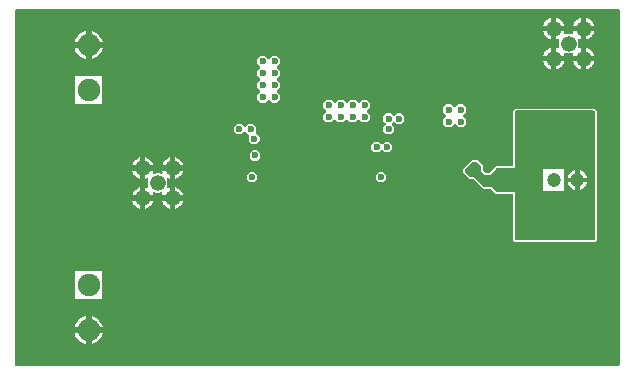
<source format=gbr>
G04 EAGLE Gerber RS-274X export*
G75*
%MOMM*%
%FSLAX34Y34*%
%LPD*%
%INCopper Layer 2*%
%IPPOS*%
%AMOC8*
5,1,8,0,0,1.08239X$1,22.5*%
G01*
%ADD10C,1.200000*%
%ADD11C,1.905000*%
%ADD12C,1.333500*%
%ADD13C,0.600000*%
%ADD14C,0.300000*%
%ADD15C,0.800000*%

G36*
X511928Y1286D02*
X511928Y1286D01*
X512047Y1293D01*
X512085Y1306D01*
X512126Y1311D01*
X512236Y1354D01*
X512349Y1391D01*
X512384Y1413D01*
X512421Y1428D01*
X512517Y1497D01*
X512618Y1561D01*
X512646Y1591D01*
X512679Y1614D01*
X512755Y1706D01*
X512836Y1793D01*
X512856Y1828D01*
X512881Y1859D01*
X512932Y1967D01*
X512990Y2071D01*
X513000Y2111D01*
X513017Y2147D01*
X513039Y2264D01*
X513069Y2379D01*
X513073Y2439D01*
X513077Y2459D01*
X513075Y2480D01*
X513079Y2540D01*
X513079Y302260D01*
X513064Y302378D01*
X513057Y302497D01*
X513044Y302535D01*
X513039Y302576D01*
X512996Y302686D01*
X512959Y302799D01*
X512937Y302834D01*
X512922Y302871D01*
X512853Y302967D01*
X512789Y303068D01*
X512759Y303096D01*
X512736Y303129D01*
X512644Y303205D01*
X512557Y303286D01*
X512522Y303306D01*
X512491Y303331D01*
X512383Y303382D01*
X512279Y303440D01*
X512239Y303450D01*
X512203Y303467D01*
X512086Y303489D01*
X511971Y303519D01*
X511911Y303523D01*
X511891Y303527D01*
X511870Y303525D01*
X511810Y303529D01*
X2540Y303529D01*
X2422Y303514D01*
X2303Y303507D01*
X2265Y303494D01*
X2224Y303489D01*
X2114Y303446D01*
X2001Y303409D01*
X1966Y303387D01*
X1929Y303372D01*
X1833Y303303D01*
X1732Y303239D01*
X1704Y303209D01*
X1671Y303186D01*
X1595Y303094D01*
X1514Y303007D01*
X1494Y302972D01*
X1469Y302941D01*
X1418Y302833D01*
X1360Y302729D01*
X1350Y302689D01*
X1333Y302653D01*
X1311Y302536D01*
X1281Y302421D01*
X1277Y302361D01*
X1273Y302341D01*
X1275Y302320D01*
X1271Y302260D01*
X1271Y2540D01*
X1286Y2422D01*
X1293Y2303D01*
X1306Y2265D01*
X1311Y2224D01*
X1354Y2114D01*
X1391Y2001D01*
X1413Y1966D01*
X1428Y1929D01*
X1497Y1833D01*
X1561Y1732D01*
X1591Y1704D01*
X1614Y1671D01*
X1706Y1595D01*
X1793Y1514D01*
X1828Y1494D01*
X1859Y1469D01*
X1967Y1418D01*
X2071Y1360D01*
X2111Y1350D01*
X2147Y1333D01*
X2264Y1311D01*
X2379Y1281D01*
X2439Y1277D01*
X2459Y1273D01*
X2480Y1275D01*
X2540Y1271D01*
X511810Y1271D01*
X511928Y1286D01*
G37*
%LPC*%
G36*
X424292Y106171D02*
X424292Y106171D01*
X422655Y107808D01*
X422655Y146050D01*
X422640Y146168D01*
X422633Y146287D01*
X422620Y146325D01*
X422615Y146366D01*
X422572Y146476D01*
X422535Y146589D01*
X422513Y146624D01*
X422498Y146661D01*
X422429Y146757D01*
X422365Y146858D01*
X422335Y146886D01*
X422312Y146919D01*
X422220Y146995D01*
X422133Y147076D01*
X422098Y147096D01*
X422067Y147121D01*
X421959Y147172D01*
X421855Y147230D01*
X421815Y147240D01*
X421779Y147257D01*
X421662Y147279D01*
X421547Y147309D01*
X421487Y147313D01*
X421467Y147317D01*
X421446Y147315D01*
X421386Y147319D01*
X407782Y147319D01*
X403963Y151139D01*
X403885Y151199D01*
X403813Y151267D01*
X403760Y151296D01*
X403712Y151333D01*
X403621Y151373D01*
X403534Y151421D01*
X403476Y151436D01*
X403420Y151460D01*
X403322Y151475D01*
X403226Y151500D01*
X403126Y151506D01*
X403106Y151510D01*
X403094Y151508D01*
X403066Y151510D01*
X397885Y151510D01*
X389875Y159521D01*
X389797Y159581D01*
X389725Y159649D01*
X389672Y159678D01*
X389624Y159715D01*
X389533Y159755D01*
X389446Y159803D01*
X389388Y159818D01*
X389332Y159842D01*
X389234Y159857D01*
X389138Y159882D01*
X389038Y159888D01*
X389018Y159892D01*
X389006Y159890D01*
X388978Y159892D01*
X385947Y159892D01*
X380380Y165459D01*
X380380Y167773D01*
X382017Y169409D01*
X386359Y173751D01*
X387995Y175388D01*
X392817Y175388D01*
X397130Y171075D01*
X397130Y167790D01*
X397142Y167692D01*
X397145Y167593D01*
X397162Y167535D01*
X397170Y167475D01*
X397206Y167383D01*
X397234Y167288D01*
X397264Y167235D01*
X397287Y167179D01*
X397345Y167099D01*
X397395Y167014D01*
X397461Y166938D01*
X397473Y166922D01*
X397483Y166914D01*
X397501Y166893D01*
X399303Y165091D01*
X399381Y165031D01*
X399453Y164963D01*
X399506Y164934D01*
X399554Y164897D01*
X399645Y164857D01*
X399732Y164809D01*
X399790Y164794D01*
X399846Y164770D01*
X399944Y164755D01*
X400040Y164730D01*
X400140Y164724D01*
X400160Y164720D01*
X400172Y164722D01*
X400200Y164720D01*
X401796Y164720D01*
X401894Y164732D01*
X401993Y164735D01*
X402051Y164752D01*
X402111Y164760D01*
X402203Y164796D01*
X402298Y164824D01*
X402351Y164854D01*
X402407Y164877D01*
X402487Y164935D01*
X402572Y164985D01*
X402648Y165051D01*
X402664Y165063D01*
X402672Y165073D01*
X402693Y165091D01*
X408036Y170435D01*
X421386Y170435D01*
X421504Y170450D01*
X421623Y170457D01*
X421661Y170470D01*
X421702Y170475D01*
X421812Y170518D01*
X421925Y170555D01*
X421960Y170577D01*
X421997Y170592D01*
X422093Y170661D01*
X422194Y170725D01*
X422222Y170755D01*
X422255Y170778D01*
X422331Y170870D01*
X422412Y170957D01*
X422432Y170992D01*
X422457Y171023D01*
X422508Y171131D01*
X422566Y171235D01*
X422576Y171275D01*
X422593Y171311D01*
X422615Y171428D01*
X422645Y171543D01*
X422649Y171603D01*
X422653Y171623D01*
X422651Y171644D01*
X422655Y171704D01*
X422655Y217566D01*
X424292Y219203D01*
X491886Y219203D01*
X493523Y217566D01*
X493523Y107808D01*
X491886Y106171D01*
X424292Y106171D01*
G37*
%LPD*%
G36*
X490846Y107712D02*
X490846Y107712D01*
X490965Y107719D01*
X491003Y107732D01*
X491044Y107737D01*
X491154Y107780D01*
X491267Y107817D01*
X491302Y107839D01*
X491339Y107854D01*
X491435Y107924D01*
X491536Y107987D01*
X491564Y108017D01*
X491597Y108040D01*
X491673Y108132D01*
X491754Y108219D01*
X491774Y108254D01*
X491799Y108285D01*
X491850Y108393D01*
X491908Y108497D01*
X491918Y108537D01*
X491935Y108573D01*
X491957Y108690D01*
X491987Y108805D01*
X491991Y108866D01*
X491995Y108886D01*
X491993Y108906D01*
X491997Y108966D01*
X491997Y216408D01*
X491982Y216526D01*
X491975Y216645D01*
X491962Y216683D01*
X491957Y216724D01*
X491914Y216834D01*
X491877Y216947D01*
X491855Y216982D01*
X491840Y217019D01*
X491771Y217115D01*
X491707Y217216D01*
X491677Y217244D01*
X491654Y217277D01*
X491562Y217353D01*
X491475Y217434D01*
X491440Y217454D01*
X491409Y217479D01*
X491301Y217530D01*
X491197Y217588D01*
X491157Y217598D01*
X491121Y217615D01*
X491004Y217637D01*
X490889Y217667D01*
X490829Y217671D01*
X490809Y217675D01*
X490788Y217673D01*
X490728Y217677D01*
X425450Y217677D01*
X425332Y217662D01*
X425213Y217655D01*
X425175Y217642D01*
X425134Y217637D01*
X425024Y217594D01*
X424911Y217557D01*
X424876Y217535D01*
X424839Y217520D01*
X424743Y217451D01*
X424642Y217387D01*
X424614Y217357D01*
X424581Y217334D01*
X424506Y217242D01*
X424424Y217155D01*
X424404Y217120D01*
X424379Y217089D01*
X424328Y216981D01*
X424270Y216877D01*
X424260Y216837D01*
X424243Y216801D01*
X424221Y216684D01*
X424191Y216569D01*
X424187Y216509D01*
X424183Y216489D01*
X424185Y216468D01*
X424181Y216408D01*
X424181Y168909D01*
X409194Y168909D01*
X409096Y168897D01*
X408997Y168894D01*
X408939Y168877D01*
X408878Y168869D01*
X408786Y168833D01*
X408691Y168805D01*
X408639Y168775D01*
X408583Y168752D01*
X408503Y168694D01*
X408417Y168644D01*
X408342Y168578D01*
X408325Y168566D01*
X408318Y168556D01*
X408297Y168538D01*
X402953Y163194D01*
X399043Y163194D01*
X395604Y166633D01*
X395604Y170180D01*
X395597Y170222D01*
X395599Y170264D01*
X395591Y170289D01*
X395591Y170291D01*
X395588Y170299D01*
X395577Y170331D01*
X395565Y170401D01*
X395543Y170437D01*
X395530Y170478D01*
X395476Y170551D01*
X395450Y170594D01*
X395434Y170607D01*
X395418Y170628D01*
X392370Y173676D01*
X392336Y173701D01*
X392307Y173732D01*
X392244Y173764D01*
X392186Y173805D01*
X392145Y173815D01*
X392107Y173835D01*
X392018Y173848D01*
X391969Y173861D01*
X391948Y173858D01*
X391922Y173862D01*
X388890Y173862D01*
X388848Y173855D01*
X388806Y173857D01*
X388739Y173835D01*
X388669Y173823D01*
X388633Y173801D01*
X388592Y173788D01*
X388519Y173734D01*
X388476Y173708D01*
X388463Y173692D01*
X388442Y173676D01*
X382092Y167326D01*
X382067Y167292D01*
X382036Y167263D01*
X382004Y167200D01*
X381963Y167142D01*
X381953Y167101D01*
X381933Y167063D01*
X381920Y166974D01*
X381908Y166925D01*
X381910Y166904D01*
X381906Y166878D01*
X381906Y166354D01*
X381913Y166312D01*
X381911Y166270D01*
X381919Y166247D01*
X381919Y166224D01*
X381937Y166182D01*
X381945Y166133D01*
X381967Y166097D01*
X381980Y166056D01*
X381997Y166034D01*
X382004Y166017D01*
X382034Y165984D01*
X382034Y165983D01*
X382060Y165940D01*
X382076Y165927D01*
X382092Y165906D01*
X386394Y161604D01*
X386428Y161579D01*
X386457Y161548D01*
X386520Y161516D01*
X386578Y161475D01*
X386619Y161465D01*
X386657Y161445D01*
X386746Y161432D01*
X386795Y161420D01*
X386816Y161422D01*
X386842Y161418D01*
X390135Y161418D01*
X398332Y153222D01*
X398366Y153197D01*
X398395Y153166D01*
X398458Y153134D01*
X398516Y153093D01*
X398557Y153083D01*
X398595Y153063D01*
X398684Y153050D01*
X398733Y153038D01*
X398754Y153040D01*
X398780Y153036D01*
X404223Y153036D01*
X408043Y149217D01*
X408121Y149156D01*
X408193Y149088D01*
X408246Y149059D01*
X408294Y149022D01*
X408385Y148982D01*
X408471Y148934D01*
X408530Y148919D01*
X408586Y148895D01*
X408684Y148880D01*
X408779Y148855D01*
X408879Y148849D01*
X408900Y148845D01*
X408912Y148847D01*
X408940Y148845D01*
X424181Y148845D01*
X424181Y108966D01*
X424196Y108848D01*
X424203Y108729D01*
X424216Y108691D01*
X424221Y108650D01*
X424264Y108540D01*
X424301Y108427D01*
X424323Y108392D01*
X424338Y108355D01*
X424408Y108259D01*
X424471Y108158D01*
X424501Y108130D01*
X424524Y108097D01*
X424616Y108022D01*
X424703Y107940D01*
X424738Y107920D01*
X424769Y107895D01*
X424877Y107844D01*
X424981Y107786D01*
X425021Y107776D01*
X425057Y107759D01*
X425174Y107737D01*
X425289Y107707D01*
X425350Y107703D01*
X425370Y107699D01*
X425390Y107701D01*
X425450Y107697D01*
X490728Y107697D01*
X490846Y107712D01*
G37*
%LPC*%
G36*
X208946Y224329D02*
X208946Y224329D01*
X206295Y226980D01*
X206295Y230728D01*
X208604Y233037D01*
X208677Y233131D01*
X208755Y233220D01*
X208774Y233256D01*
X208799Y233288D01*
X208846Y233397D01*
X208900Y233503D01*
X208909Y233542D01*
X208925Y233580D01*
X208944Y233697D01*
X208970Y233813D01*
X208968Y233854D01*
X208975Y233894D01*
X208964Y234012D01*
X208960Y234131D01*
X208949Y234170D01*
X208945Y234210D01*
X208905Y234322D01*
X208872Y234437D01*
X208851Y234472D01*
X208837Y234510D01*
X208770Y234608D01*
X208710Y234711D01*
X208670Y234756D01*
X208659Y234773D01*
X208643Y234786D01*
X208604Y234832D01*
X206295Y237140D01*
X206295Y240888D01*
X208604Y243197D01*
X208677Y243291D01*
X208755Y243380D01*
X208774Y243416D01*
X208799Y243448D01*
X208846Y243557D01*
X208900Y243663D01*
X208909Y243702D01*
X208925Y243740D01*
X208944Y243857D01*
X208970Y243973D01*
X208968Y244014D01*
X208975Y244054D01*
X208964Y244172D01*
X208960Y244291D01*
X208949Y244330D01*
X208945Y244370D01*
X208905Y244482D01*
X208872Y244597D01*
X208851Y244632D01*
X208837Y244670D01*
X208770Y244768D01*
X208710Y244871D01*
X208670Y244916D01*
X208659Y244933D01*
X208643Y244946D01*
X208604Y244992D01*
X206295Y247300D01*
X206295Y251048D01*
X208604Y253357D01*
X208677Y253451D01*
X208755Y253540D01*
X208774Y253576D01*
X208799Y253608D01*
X208846Y253717D01*
X208900Y253823D01*
X208909Y253862D01*
X208925Y253900D01*
X208944Y254017D01*
X208970Y254133D01*
X208968Y254174D01*
X208975Y254214D01*
X208964Y254332D01*
X208960Y254451D01*
X208949Y254490D01*
X208945Y254530D01*
X208905Y254642D01*
X208872Y254757D01*
X208851Y254792D01*
X208837Y254830D01*
X208770Y254928D01*
X208710Y255031D01*
X208670Y255076D01*
X208659Y255093D01*
X208643Y255106D01*
X208604Y255152D01*
X206295Y257460D01*
X206295Y261208D01*
X208946Y263859D01*
X212694Y263859D01*
X215003Y261550D01*
X215097Y261477D01*
X215186Y261399D01*
X215222Y261380D01*
X215254Y261355D01*
X215363Y261308D01*
X215469Y261254D01*
X215508Y261245D01*
X215546Y261229D01*
X215663Y261210D01*
X215779Y261184D01*
X215820Y261186D01*
X215860Y261179D01*
X215978Y261190D01*
X216097Y261194D01*
X216136Y261205D01*
X216176Y261209D01*
X216288Y261249D01*
X216403Y261282D01*
X216438Y261303D01*
X216476Y261317D01*
X216574Y261384D01*
X216677Y261444D01*
X216722Y261484D01*
X216739Y261495D01*
X216752Y261511D01*
X216798Y261550D01*
X219106Y263859D01*
X222854Y263859D01*
X225505Y261208D01*
X225505Y257460D01*
X223196Y255152D01*
X223123Y255057D01*
X223045Y254968D01*
X223026Y254932D01*
X223001Y254900D01*
X222954Y254791D01*
X222900Y254685D01*
X222891Y254646D01*
X222875Y254608D01*
X222856Y254491D01*
X222830Y254375D01*
X222832Y254334D01*
X222825Y254294D01*
X222836Y254176D01*
X222840Y254057D01*
X222851Y254018D01*
X222855Y253978D01*
X222895Y253865D01*
X222928Y253751D01*
X222949Y253717D01*
X222963Y253678D01*
X223030Y253580D01*
X223090Y253477D01*
X223130Y253432D01*
X223141Y253415D01*
X223157Y253402D01*
X223196Y253357D01*
X225505Y251048D01*
X225505Y247300D01*
X223196Y244992D01*
X223123Y244897D01*
X223045Y244808D01*
X223026Y244772D01*
X223001Y244740D01*
X222954Y244631D01*
X222900Y244525D01*
X222891Y244486D01*
X222875Y244448D01*
X222856Y244331D01*
X222830Y244215D01*
X222832Y244174D01*
X222825Y244134D01*
X222836Y244016D01*
X222840Y243897D01*
X222851Y243858D01*
X222855Y243818D01*
X222895Y243705D01*
X222928Y243591D01*
X222949Y243557D01*
X222963Y243518D01*
X223030Y243420D01*
X223090Y243317D01*
X223130Y243272D01*
X223141Y243255D01*
X223157Y243242D01*
X223196Y243197D01*
X225505Y240888D01*
X225505Y237140D01*
X223196Y234831D01*
X223123Y234737D01*
X223045Y234648D01*
X223026Y234612D01*
X223001Y234580D01*
X222954Y234471D01*
X222900Y234365D01*
X222891Y234326D01*
X222875Y234288D01*
X222856Y234171D01*
X222830Y234055D01*
X222832Y234014D01*
X222825Y233974D01*
X222836Y233856D01*
X222840Y233737D01*
X222851Y233698D01*
X222855Y233658D01*
X222895Y233546D01*
X222928Y233431D01*
X222949Y233396D01*
X222963Y233358D01*
X223030Y233260D01*
X223090Y233157D01*
X223130Y233112D01*
X223141Y233095D01*
X223157Y233082D01*
X223196Y233036D01*
X225505Y230728D01*
X225505Y226980D01*
X222854Y224329D01*
X219106Y224329D01*
X216798Y226638D01*
X216703Y226711D01*
X216614Y226789D01*
X216578Y226808D01*
X216546Y226833D01*
X216437Y226880D01*
X216331Y226934D01*
X216292Y226943D01*
X216254Y226959D01*
X216137Y226978D01*
X216021Y227004D01*
X215980Y227002D01*
X215940Y227009D01*
X215822Y226998D01*
X215703Y226994D01*
X215664Y226983D01*
X215624Y226979D01*
X215511Y226939D01*
X215397Y226906D01*
X215363Y226885D01*
X215324Y226871D01*
X215226Y226804D01*
X215123Y226744D01*
X215078Y226704D01*
X215061Y226693D01*
X215048Y226677D01*
X215003Y226638D01*
X212694Y224329D01*
X208946Y224329D01*
G37*
%LPD*%
%LPC*%
G36*
X264826Y207565D02*
X264826Y207565D01*
X262175Y210216D01*
X262175Y213964D01*
X264484Y216272D01*
X264557Y216367D01*
X264635Y216456D01*
X264654Y216492D01*
X264679Y216524D01*
X264726Y216633D01*
X264780Y216739D01*
X264789Y216778D01*
X264805Y216816D01*
X264824Y216933D01*
X264850Y217049D01*
X264848Y217090D01*
X264855Y217130D01*
X264844Y217248D01*
X264840Y217367D01*
X264829Y217406D01*
X264825Y217446D01*
X264785Y217559D01*
X264752Y217673D01*
X264731Y217707D01*
X264717Y217746D01*
X264650Y217844D01*
X264590Y217947D01*
X264550Y217992D01*
X264539Y218009D01*
X264523Y218022D01*
X264484Y218067D01*
X262175Y220376D01*
X262175Y224124D01*
X264826Y226775D01*
X268574Y226775D01*
X270882Y224466D01*
X270977Y224393D01*
X271066Y224315D01*
X271102Y224296D01*
X271134Y224271D01*
X271243Y224224D01*
X271349Y224170D01*
X271388Y224161D01*
X271426Y224145D01*
X271543Y224126D01*
X271659Y224100D01*
X271700Y224102D01*
X271740Y224095D01*
X271858Y224106D01*
X271977Y224110D01*
X272016Y224121D01*
X272056Y224125D01*
X272169Y224165D01*
X272283Y224198D01*
X272317Y224219D01*
X272356Y224233D01*
X272454Y224300D01*
X272557Y224360D01*
X272602Y224400D01*
X272619Y224411D01*
X272632Y224427D01*
X272677Y224466D01*
X274986Y226775D01*
X278734Y226775D01*
X281043Y224466D01*
X281137Y224393D01*
X281226Y224315D01*
X281262Y224296D01*
X281294Y224271D01*
X281403Y224224D01*
X281509Y224170D01*
X281548Y224161D01*
X281586Y224145D01*
X281703Y224126D01*
X281819Y224100D01*
X281860Y224102D01*
X281900Y224095D01*
X282018Y224106D01*
X282137Y224110D01*
X282176Y224121D01*
X282216Y224125D01*
X282328Y224165D01*
X282443Y224198D01*
X282478Y224219D01*
X282516Y224233D01*
X282614Y224300D01*
X282717Y224360D01*
X282762Y224400D01*
X282779Y224411D01*
X282792Y224427D01*
X282838Y224466D01*
X285146Y226775D01*
X288894Y226775D01*
X291202Y224466D01*
X291297Y224393D01*
X291386Y224315D01*
X291422Y224296D01*
X291454Y224271D01*
X291563Y224224D01*
X291669Y224170D01*
X291708Y224161D01*
X291746Y224145D01*
X291863Y224126D01*
X291979Y224100D01*
X292020Y224102D01*
X292060Y224095D01*
X292178Y224106D01*
X292297Y224110D01*
X292336Y224121D01*
X292376Y224125D01*
X292489Y224165D01*
X292603Y224198D01*
X292637Y224219D01*
X292676Y224233D01*
X292774Y224300D01*
X292877Y224360D01*
X292922Y224400D01*
X292939Y224411D01*
X292952Y224427D01*
X292997Y224466D01*
X295306Y226775D01*
X299054Y226775D01*
X301705Y224124D01*
X301705Y220376D01*
X299396Y218068D01*
X299323Y217973D01*
X299245Y217884D01*
X299226Y217848D01*
X299201Y217816D01*
X299154Y217707D01*
X299100Y217601D01*
X299091Y217562D01*
X299075Y217524D01*
X299056Y217407D01*
X299030Y217291D01*
X299032Y217250D01*
X299025Y217210D01*
X299036Y217092D01*
X299040Y216973D01*
X299051Y216934D01*
X299055Y216894D01*
X299095Y216781D01*
X299128Y216667D01*
X299149Y216633D01*
X299163Y216594D01*
X299230Y216496D01*
X299290Y216393D01*
X299330Y216348D01*
X299341Y216331D01*
X299357Y216318D01*
X299396Y216273D01*
X301705Y213964D01*
X301705Y210216D01*
X299054Y207565D01*
X295306Y207565D01*
X292997Y209874D01*
X292903Y209947D01*
X292814Y210025D01*
X292778Y210044D01*
X292746Y210069D01*
X292637Y210116D01*
X292531Y210170D01*
X292492Y210179D01*
X292454Y210195D01*
X292337Y210214D01*
X292221Y210240D01*
X292180Y210238D01*
X292140Y210245D01*
X292022Y210234D01*
X291903Y210230D01*
X291864Y210219D01*
X291824Y210215D01*
X291712Y210175D01*
X291597Y210142D01*
X291562Y210121D01*
X291524Y210107D01*
X291426Y210040D01*
X291323Y209980D01*
X291278Y209940D01*
X291261Y209929D01*
X291248Y209913D01*
X291202Y209874D01*
X288894Y207565D01*
X285146Y207565D01*
X282837Y209874D01*
X282743Y209947D01*
X282654Y210025D01*
X282618Y210044D01*
X282586Y210069D01*
X282477Y210116D01*
X282371Y210170D01*
X282332Y210179D01*
X282294Y210195D01*
X282177Y210214D01*
X282061Y210240D01*
X282020Y210238D01*
X281980Y210245D01*
X281862Y210234D01*
X281743Y210230D01*
X281704Y210219D01*
X281664Y210215D01*
X281552Y210175D01*
X281437Y210142D01*
X281402Y210121D01*
X281364Y210107D01*
X281266Y210040D01*
X281163Y209980D01*
X281118Y209940D01*
X281101Y209929D01*
X281088Y209913D01*
X281042Y209874D01*
X278734Y207565D01*
X274986Y207565D01*
X272677Y209874D01*
X272583Y209947D01*
X272494Y210025D01*
X272458Y210044D01*
X272426Y210069D01*
X272317Y210116D01*
X272211Y210170D01*
X272172Y210179D01*
X272134Y210195D01*
X272017Y210214D01*
X271901Y210240D01*
X271860Y210238D01*
X271820Y210245D01*
X271702Y210234D01*
X271583Y210230D01*
X271544Y210219D01*
X271504Y210215D01*
X271392Y210175D01*
X271277Y210142D01*
X271242Y210121D01*
X271204Y210107D01*
X271106Y210040D01*
X271003Y209980D01*
X270958Y209940D01*
X270941Y209929D01*
X270928Y209913D01*
X270882Y209874D01*
X268574Y207565D01*
X264826Y207565D01*
G37*
%LPD*%
%LPC*%
G36*
X52017Y223392D02*
X52017Y223392D01*
X51942Y223467D01*
X51942Y246433D01*
X52017Y246508D01*
X74983Y246508D01*
X75058Y246433D01*
X75058Y223467D01*
X74983Y223392D01*
X52017Y223392D01*
G37*
%LPD*%
%LPC*%
G36*
X52017Y58292D02*
X52017Y58292D01*
X51942Y58367D01*
X51942Y81333D01*
X52017Y81408D01*
X74983Y81408D01*
X75058Y81333D01*
X75058Y58367D01*
X74983Y58292D01*
X52017Y58292D01*
G37*
%LPD*%
%LPC*%
G36*
X111442Y145732D02*
X111442Y145732D01*
X111442Y152470D01*
X112475Y152135D01*
X112563Y152118D01*
X112648Y152091D01*
X112718Y152088D01*
X112787Y152075D01*
X112877Y152081D01*
X112966Y152076D01*
X113035Y152090D01*
X113105Y152095D01*
X113190Y152122D01*
X113277Y152141D01*
X113340Y152171D01*
X113407Y152193D01*
X113483Y152241D01*
X113563Y152280D01*
X113616Y152326D01*
X113676Y152363D01*
X113737Y152429D01*
X113805Y152487D01*
X113845Y152544D01*
X113894Y152595D01*
X113937Y152673D01*
X113988Y152747D01*
X114013Y152812D01*
X114047Y152874D01*
X114069Y152960D01*
X114101Y153044D01*
X114109Y153114D01*
X114126Y153182D01*
X114126Y153271D01*
X114136Y153360D01*
X114126Y153430D01*
X114126Y153500D01*
X114104Y153586D01*
X114092Y153675D01*
X114051Y153793D01*
X114048Y153808D01*
X114044Y153814D01*
X114040Y153827D01*
X113728Y154580D01*
X113728Y157840D01*
X114040Y158593D01*
X114063Y158679D01*
X114096Y158762D01*
X114105Y158832D01*
X114124Y158899D01*
X114125Y158989D01*
X114136Y159078D01*
X114128Y159147D01*
X114129Y159217D01*
X114108Y159305D01*
X114097Y159393D01*
X114071Y159458D01*
X114055Y159527D01*
X114013Y159606D01*
X113980Y159689D01*
X113939Y159746D01*
X113906Y159808D01*
X113846Y159874D01*
X113793Y159946D01*
X113739Y159991D01*
X113692Y160043D01*
X113617Y160092D01*
X113548Y160149D01*
X113485Y160179D01*
X113426Y160218D01*
X113341Y160247D01*
X113261Y160285D01*
X113192Y160298D01*
X113125Y160321D01*
X113036Y160328D01*
X112948Y160345D01*
X112878Y160341D01*
X112808Y160346D01*
X112720Y160331D01*
X112631Y160325D01*
X112510Y160294D01*
X112495Y160292D01*
X112489Y160289D01*
X112475Y160285D01*
X111442Y159950D01*
X111442Y166688D01*
X118180Y166688D01*
X117845Y165655D01*
X117828Y165567D01*
X117801Y165482D01*
X117798Y165412D01*
X117785Y165343D01*
X117791Y165253D01*
X117786Y165164D01*
X117800Y165095D01*
X117805Y165025D01*
X117832Y164940D01*
X117851Y164853D01*
X117881Y164790D01*
X117903Y164723D01*
X117951Y164647D01*
X117990Y164567D01*
X118036Y164514D01*
X118073Y164454D01*
X118139Y164393D01*
X118197Y164325D01*
X118254Y164285D01*
X118305Y164236D01*
X118383Y164193D01*
X118457Y164142D01*
X118522Y164117D01*
X118584Y164083D01*
X118670Y164061D01*
X118754Y164029D01*
X118824Y164021D01*
X118892Y164004D01*
X118981Y164004D01*
X119070Y163994D01*
X119140Y164004D01*
X119210Y164004D01*
X119296Y164026D01*
X119385Y164038D01*
X119503Y164079D01*
X119518Y164082D01*
X119524Y164086D01*
X119537Y164090D01*
X120290Y164402D01*
X123550Y164402D01*
X124303Y164090D01*
X124389Y164067D01*
X124472Y164034D01*
X124542Y164025D01*
X124609Y164006D01*
X124699Y164005D01*
X124788Y163994D01*
X124857Y164002D01*
X124927Y164001D01*
X125015Y164022D01*
X125103Y164033D01*
X125168Y164059D01*
X125237Y164075D01*
X125316Y164117D01*
X125399Y164150D01*
X125456Y164191D01*
X125518Y164224D01*
X125584Y164284D01*
X125656Y164337D01*
X125701Y164391D01*
X125753Y164438D01*
X125802Y164513D01*
X125859Y164582D01*
X125889Y164645D01*
X125928Y164704D01*
X125957Y164789D01*
X125995Y164869D01*
X126008Y164938D01*
X126031Y165005D01*
X126038Y165094D01*
X126055Y165182D01*
X126051Y165252D01*
X126056Y165322D01*
X126041Y165410D01*
X126035Y165499D01*
X126004Y165620D01*
X126002Y165635D01*
X125999Y165641D01*
X125995Y165655D01*
X125660Y166688D01*
X132398Y166688D01*
X132398Y159950D01*
X131365Y160285D01*
X131277Y160302D01*
X131192Y160329D01*
X131122Y160332D01*
X131053Y160345D01*
X130963Y160339D01*
X130874Y160344D01*
X130805Y160330D01*
X130735Y160325D01*
X130650Y160298D01*
X130563Y160279D01*
X130500Y160249D01*
X130433Y160227D01*
X130357Y160179D01*
X130277Y160140D01*
X130224Y160094D01*
X130164Y160057D01*
X130103Y159991D01*
X130035Y159933D01*
X129995Y159876D01*
X129946Y159825D01*
X129903Y159747D01*
X129852Y159673D01*
X129827Y159608D01*
X129793Y159546D01*
X129771Y159460D01*
X129739Y159376D01*
X129731Y159306D01*
X129714Y159238D01*
X129714Y159149D01*
X129704Y159060D01*
X129714Y158990D01*
X129714Y158920D01*
X129736Y158834D01*
X129748Y158745D01*
X129789Y158627D01*
X129792Y158612D01*
X129796Y158606D01*
X129800Y158593D01*
X130112Y157840D01*
X130112Y154580D01*
X129800Y153827D01*
X129777Y153741D01*
X129744Y153658D01*
X129735Y153588D01*
X129716Y153521D01*
X129715Y153431D01*
X129704Y153342D01*
X129712Y153273D01*
X129711Y153203D01*
X129732Y153115D01*
X129743Y153027D01*
X129769Y152962D01*
X129785Y152893D01*
X129827Y152814D01*
X129860Y152731D01*
X129901Y152674D01*
X129934Y152612D01*
X129994Y152546D01*
X130047Y152474D01*
X130101Y152429D01*
X130148Y152377D01*
X130223Y152328D01*
X130292Y152271D01*
X130355Y152241D01*
X130414Y152202D01*
X130499Y152173D01*
X130579Y152135D01*
X130648Y152122D01*
X130715Y152099D01*
X130804Y152092D01*
X130892Y152075D01*
X130962Y152079D01*
X131032Y152074D01*
X131120Y152089D01*
X131209Y152095D01*
X131330Y152126D01*
X131345Y152128D01*
X131351Y152131D01*
X131365Y152135D01*
X132398Y152470D01*
X132398Y145732D01*
X125660Y145732D01*
X125995Y146765D01*
X126012Y146853D01*
X126039Y146938D01*
X126042Y147008D01*
X126055Y147077D01*
X126049Y147167D01*
X126054Y147256D01*
X126040Y147325D01*
X126035Y147395D01*
X126008Y147480D01*
X125989Y147567D01*
X125959Y147630D01*
X125937Y147697D01*
X125889Y147773D01*
X125850Y147853D01*
X125804Y147906D01*
X125767Y147966D01*
X125701Y148027D01*
X125643Y148095D01*
X125586Y148135D01*
X125535Y148184D01*
X125457Y148227D01*
X125383Y148278D01*
X125318Y148303D01*
X125256Y148337D01*
X125170Y148359D01*
X125086Y148391D01*
X125016Y148399D01*
X124948Y148416D01*
X124859Y148416D01*
X124770Y148426D01*
X124700Y148416D01*
X124630Y148416D01*
X124544Y148394D01*
X124455Y148382D01*
X124337Y148341D01*
X124322Y148338D01*
X124316Y148334D01*
X124303Y148330D01*
X123550Y148018D01*
X120290Y148018D01*
X119537Y148330D01*
X119451Y148353D01*
X119368Y148386D01*
X119298Y148395D01*
X119231Y148414D01*
X119141Y148415D01*
X119052Y148426D01*
X118983Y148418D01*
X118913Y148419D01*
X118825Y148398D01*
X118737Y148387D01*
X118672Y148361D01*
X118603Y148345D01*
X118524Y148303D01*
X118441Y148270D01*
X118384Y148229D01*
X118322Y148196D01*
X118256Y148136D01*
X118184Y148083D01*
X118139Y148029D01*
X118087Y147982D01*
X118038Y147907D01*
X117981Y147838D01*
X117951Y147775D01*
X117912Y147716D01*
X117883Y147631D01*
X117845Y147551D01*
X117832Y147482D01*
X117809Y147415D01*
X117802Y147326D01*
X117785Y147238D01*
X117789Y147168D01*
X117784Y147098D01*
X117799Y147010D01*
X117805Y146921D01*
X117836Y146800D01*
X117838Y146785D01*
X117841Y146779D01*
X117845Y146765D01*
X118180Y145732D01*
X111442Y145732D01*
G37*
%LPD*%
%LPC*%
G36*
X459422Y263842D02*
X459422Y263842D01*
X459422Y270580D01*
X460455Y270245D01*
X460543Y270228D01*
X460628Y270201D01*
X460698Y270198D01*
X460767Y270185D01*
X460857Y270191D01*
X460946Y270186D01*
X461015Y270200D01*
X461085Y270205D01*
X461170Y270232D01*
X461258Y270251D01*
X461321Y270281D01*
X461387Y270303D01*
X461463Y270351D01*
X461543Y270390D01*
X461597Y270436D01*
X461656Y270473D01*
X461717Y270538D01*
X461785Y270597D01*
X461826Y270654D01*
X461874Y270705D01*
X461917Y270783D01*
X461968Y270857D01*
X461993Y270922D01*
X462027Y270984D01*
X462049Y271070D01*
X462081Y271154D01*
X462089Y271224D01*
X462106Y271292D01*
X462106Y271381D01*
X462116Y271470D01*
X462106Y271540D01*
X462106Y271610D01*
X462084Y271696D01*
X462072Y271785D01*
X462031Y271904D01*
X462028Y271918D01*
X462024Y271924D01*
X462020Y271937D01*
X461708Y272690D01*
X461708Y275950D01*
X462020Y276703D01*
X462043Y276789D01*
X462076Y276872D01*
X462085Y276942D01*
X462104Y277009D01*
X462105Y277099D01*
X462116Y277188D01*
X462108Y277257D01*
X462109Y277327D01*
X462088Y277414D01*
X462077Y277503D01*
X462051Y277568D01*
X462035Y277637D01*
X461993Y277716D01*
X461960Y277799D01*
X461919Y277856D01*
X461886Y277918D01*
X461826Y277984D01*
X461773Y278056D01*
X461719Y278101D01*
X461672Y278153D01*
X461597Y278202D01*
X461528Y278259D01*
X461465Y278289D01*
X461406Y278328D01*
X461322Y278357D01*
X461241Y278395D01*
X461172Y278408D01*
X461105Y278431D01*
X461016Y278438D01*
X460928Y278455D01*
X460858Y278451D01*
X460788Y278456D01*
X460700Y278441D01*
X460611Y278435D01*
X460490Y278404D01*
X460475Y278402D01*
X460469Y278399D01*
X460455Y278395D01*
X459422Y278060D01*
X459422Y284798D01*
X466160Y284798D01*
X465825Y283765D01*
X465808Y283677D01*
X465781Y283592D01*
X465778Y283522D01*
X465765Y283453D01*
X465771Y283363D01*
X465766Y283274D01*
X465780Y283205D01*
X465785Y283135D01*
X465812Y283050D01*
X465831Y282962D01*
X465861Y282899D01*
X465883Y282833D01*
X465931Y282757D01*
X465970Y282677D01*
X466016Y282623D01*
X466053Y282564D01*
X466118Y282503D01*
X466177Y282435D01*
X466234Y282394D01*
X466285Y282346D01*
X466363Y282303D01*
X466437Y282252D01*
X466502Y282227D01*
X466564Y282193D01*
X466650Y282171D01*
X466734Y282139D01*
X466804Y282131D01*
X466872Y282114D01*
X466961Y282114D01*
X467050Y282104D01*
X467120Y282114D01*
X467190Y282114D01*
X467276Y282136D01*
X467365Y282148D01*
X467484Y282189D01*
X467498Y282192D01*
X467504Y282196D01*
X467517Y282200D01*
X468270Y282512D01*
X471530Y282512D01*
X472283Y282200D01*
X472369Y282177D01*
X472452Y282144D01*
X472522Y282135D01*
X472589Y282116D01*
X472679Y282115D01*
X472768Y282104D01*
X472837Y282112D01*
X472907Y282111D01*
X472994Y282132D01*
X473083Y282143D01*
X473148Y282169D01*
X473217Y282185D01*
X473296Y282227D01*
X473379Y282260D01*
X473436Y282301D01*
X473498Y282334D01*
X473564Y282394D01*
X473636Y282447D01*
X473681Y282501D01*
X473733Y282548D01*
X473782Y282623D01*
X473839Y282692D01*
X473869Y282755D01*
X473908Y282814D01*
X473937Y282898D01*
X473975Y282979D01*
X473988Y283048D01*
X474011Y283115D01*
X474018Y283204D01*
X474035Y283292D01*
X474031Y283362D01*
X474036Y283432D01*
X474021Y283520D01*
X474015Y283609D01*
X473984Y283730D01*
X473982Y283745D01*
X473979Y283751D01*
X473975Y283765D01*
X473640Y284798D01*
X480378Y284798D01*
X480378Y278060D01*
X479345Y278395D01*
X479257Y278412D01*
X479172Y278439D01*
X479102Y278442D01*
X479033Y278455D01*
X478943Y278449D01*
X478854Y278454D01*
X478785Y278440D01*
X478715Y278435D01*
X478630Y278408D01*
X478542Y278389D01*
X478479Y278359D01*
X478413Y278337D01*
X478337Y278289D01*
X478257Y278250D01*
X478203Y278204D01*
X478144Y278167D01*
X478083Y278102D01*
X478015Y278043D01*
X477974Y277986D01*
X477926Y277935D01*
X477883Y277857D01*
X477832Y277783D01*
X477807Y277718D01*
X477773Y277656D01*
X477751Y277570D01*
X477719Y277486D01*
X477711Y277416D01*
X477694Y277348D01*
X477694Y277259D01*
X477684Y277170D01*
X477694Y277100D01*
X477694Y277030D01*
X477716Y276944D01*
X477728Y276855D01*
X477769Y276736D01*
X477772Y276722D01*
X477776Y276716D01*
X477780Y276703D01*
X478092Y275950D01*
X478092Y272690D01*
X477780Y271937D01*
X477757Y271851D01*
X477724Y271768D01*
X477715Y271698D01*
X477696Y271631D01*
X477695Y271541D01*
X477684Y271452D01*
X477692Y271383D01*
X477691Y271313D01*
X477712Y271226D01*
X477723Y271137D01*
X477749Y271072D01*
X477765Y271003D01*
X477807Y270924D01*
X477840Y270841D01*
X477881Y270784D01*
X477914Y270722D01*
X477974Y270656D01*
X478027Y270584D01*
X478081Y270539D01*
X478128Y270487D01*
X478203Y270438D01*
X478272Y270381D01*
X478335Y270351D01*
X478394Y270312D01*
X478478Y270283D01*
X478559Y270245D01*
X478628Y270232D01*
X478695Y270209D01*
X478784Y270202D01*
X478872Y270185D01*
X478942Y270189D01*
X479012Y270184D01*
X479100Y270199D01*
X479189Y270205D01*
X479310Y270236D01*
X479325Y270238D01*
X479331Y270241D01*
X479345Y270245D01*
X480378Y270580D01*
X480378Y263842D01*
X473640Y263842D01*
X473975Y264875D01*
X473992Y264963D01*
X474019Y265048D01*
X474022Y265118D01*
X474035Y265187D01*
X474029Y265277D01*
X474034Y265366D01*
X474020Y265435D01*
X474015Y265505D01*
X473988Y265590D01*
X473969Y265678D01*
X473939Y265741D01*
X473917Y265807D01*
X473869Y265883D01*
X473830Y265963D01*
X473784Y266017D01*
X473747Y266076D01*
X473682Y266137D01*
X473623Y266205D01*
X473566Y266246D01*
X473515Y266294D01*
X473437Y266337D01*
X473363Y266388D01*
X473298Y266413D01*
X473236Y266447D01*
X473150Y266469D01*
X473066Y266501D01*
X472996Y266509D01*
X472928Y266526D01*
X472839Y266526D01*
X472750Y266536D01*
X472680Y266526D01*
X472610Y266526D01*
X472524Y266504D01*
X472435Y266492D01*
X472316Y266451D01*
X472302Y266448D01*
X472296Y266444D01*
X472283Y266440D01*
X471530Y266128D01*
X468270Y266128D01*
X467517Y266440D01*
X467431Y266463D01*
X467348Y266496D01*
X467278Y266505D01*
X467211Y266524D01*
X467121Y266525D01*
X467032Y266536D01*
X466963Y266528D01*
X466893Y266529D01*
X466806Y266508D01*
X466717Y266497D01*
X466652Y266471D01*
X466583Y266455D01*
X466504Y266413D01*
X466421Y266380D01*
X466364Y266339D01*
X466302Y266306D01*
X466236Y266246D01*
X466164Y266193D01*
X466119Y266139D01*
X466067Y266092D01*
X466018Y266017D01*
X465961Y265948D01*
X465931Y265885D01*
X465892Y265826D01*
X465863Y265742D01*
X465825Y265661D01*
X465812Y265592D01*
X465789Y265525D01*
X465782Y265436D01*
X465765Y265348D01*
X465769Y265278D01*
X465764Y265208D01*
X465779Y265120D01*
X465785Y265031D01*
X465816Y264910D01*
X465818Y264895D01*
X465821Y264889D01*
X465825Y264875D01*
X466160Y263842D01*
X459422Y263842D01*
G37*
%LPD*%
%LPC*%
G36*
X448511Y149732D02*
X448511Y149732D01*
X448436Y149807D01*
X448436Y167693D01*
X448511Y167768D01*
X466143Y167768D01*
X466218Y167693D01*
X466218Y149807D01*
X466143Y149732D01*
X448511Y149732D01*
G37*
%LPD*%
%LPC*%
G36*
X366426Y203755D02*
X366426Y203755D01*
X363775Y206406D01*
X363775Y210154D01*
X366084Y212462D01*
X366157Y212557D01*
X366235Y212646D01*
X366254Y212682D01*
X366279Y212714D01*
X366326Y212823D01*
X366380Y212929D01*
X366389Y212968D01*
X366405Y213006D01*
X366424Y213123D01*
X366450Y213239D01*
X366448Y213280D01*
X366455Y213320D01*
X366444Y213438D01*
X366440Y213557D01*
X366429Y213596D01*
X366425Y213636D01*
X366385Y213749D01*
X366352Y213863D01*
X366331Y213897D01*
X366317Y213936D01*
X366250Y214034D01*
X366190Y214137D01*
X366150Y214182D01*
X366139Y214199D01*
X366123Y214212D01*
X366084Y214257D01*
X363775Y216566D01*
X363775Y220314D01*
X366426Y222965D01*
X370174Y222965D01*
X372482Y220656D01*
X372577Y220583D01*
X372666Y220505D01*
X372702Y220486D01*
X372734Y220461D01*
X372843Y220414D01*
X372949Y220360D01*
X372988Y220351D01*
X373026Y220335D01*
X373143Y220316D01*
X373259Y220290D01*
X373300Y220292D01*
X373340Y220285D01*
X373458Y220296D01*
X373577Y220300D01*
X373616Y220311D01*
X373656Y220315D01*
X373769Y220355D01*
X373883Y220388D01*
X373917Y220409D01*
X373956Y220423D01*
X374054Y220490D01*
X374157Y220550D01*
X374202Y220590D01*
X374219Y220601D01*
X374232Y220617D01*
X374277Y220656D01*
X376586Y222965D01*
X380334Y222965D01*
X382985Y220314D01*
X382985Y216566D01*
X380676Y214257D01*
X380603Y214163D01*
X380525Y214074D01*
X380506Y214038D01*
X380481Y214006D01*
X380434Y213897D01*
X380380Y213791D01*
X380371Y213752D01*
X380355Y213714D01*
X380336Y213597D01*
X380310Y213481D01*
X380312Y213440D01*
X380305Y213400D01*
X380316Y213282D01*
X380320Y213163D01*
X380331Y213124D01*
X380335Y213084D01*
X380375Y212972D01*
X380408Y212857D01*
X380429Y212822D01*
X380443Y212784D01*
X380510Y212686D01*
X380570Y212583D01*
X380610Y212538D01*
X380621Y212521D01*
X380637Y212508D01*
X380676Y212462D01*
X382985Y210154D01*
X382985Y206406D01*
X380334Y203755D01*
X376586Y203755D01*
X374278Y206064D01*
X374183Y206137D01*
X374094Y206215D01*
X374058Y206234D01*
X374026Y206259D01*
X373917Y206306D01*
X373811Y206360D01*
X373772Y206369D01*
X373734Y206385D01*
X373617Y206404D01*
X373501Y206430D01*
X373460Y206428D01*
X373420Y206435D01*
X373302Y206424D01*
X373183Y206420D01*
X373144Y206409D01*
X373104Y206405D01*
X372991Y206365D01*
X372877Y206332D01*
X372843Y206311D01*
X372804Y206297D01*
X372706Y206230D01*
X372603Y206170D01*
X372558Y206130D01*
X372541Y206119D01*
X372528Y206103D01*
X372483Y206064D01*
X370174Y203755D01*
X366426Y203755D01*
G37*
%LPD*%
%LPC*%
G36*
X201834Y189023D02*
X201834Y189023D01*
X199183Y191674D01*
X199183Y195448D01*
X199230Y195501D01*
X199249Y195537D01*
X199274Y195569D01*
X199321Y195678D01*
X199375Y195784D01*
X199384Y195823D01*
X199400Y195861D01*
X199419Y195978D01*
X199445Y196094D01*
X199443Y196135D01*
X199450Y196175D01*
X199439Y196293D01*
X199435Y196412D01*
X199424Y196451D01*
X199420Y196491D01*
X199380Y196603D01*
X199347Y196718D01*
X199326Y196753D01*
X199312Y196791D01*
X199245Y196889D01*
X199185Y196992D01*
X199145Y197037D01*
X199134Y197054D01*
X199118Y197067D01*
X199079Y197113D01*
X196731Y199460D01*
X196637Y199533D01*
X196548Y199611D01*
X196512Y199630D01*
X196480Y199655D01*
X196371Y199702D01*
X196265Y199756D01*
X196225Y199765D01*
X196188Y199781D01*
X196071Y199800D01*
X195955Y199826D01*
X195914Y199824D01*
X195874Y199831D01*
X195756Y199820D01*
X195637Y199816D01*
X195598Y199805D01*
X195558Y199801D01*
X195445Y199761D01*
X195331Y199728D01*
X195296Y199707D01*
X195258Y199693D01*
X195160Y199626D01*
X195057Y199566D01*
X195012Y199526D01*
X194995Y199515D01*
X194982Y199499D01*
X194936Y199460D01*
X192882Y197405D01*
X189134Y197405D01*
X186483Y200056D01*
X186483Y203804D01*
X189134Y206455D01*
X192882Y206455D01*
X194936Y204400D01*
X195031Y204327D01*
X195120Y204249D01*
X195156Y204230D01*
X195188Y204205D01*
X195297Y204158D01*
X195403Y204104D01*
X195442Y204095D01*
X195480Y204079D01*
X195597Y204060D01*
X195713Y204034D01*
X195754Y204036D01*
X195794Y204029D01*
X195912Y204040D01*
X196031Y204044D01*
X196070Y204055D01*
X196110Y204059D01*
X196223Y204099D01*
X196337Y204132D01*
X196371Y204153D01*
X196410Y204167D01*
X196508Y204234D01*
X196611Y204294D01*
X196656Y204334D01*
X196673Y204345D01*
X196686Y204361D01*
X196731Y204400D01*
X198786Y206455D01*
X202534Y206455D01*
X205185Y203804D01*
X205185Y200031D01*
X205138Y199977D01*
X205119Y199941D01*
X205095Y199909D01*
X205047Y199800D01*
X204993Y199694D01*
X204984Y199655D01*
X204968Y199617D01*
X204950Y199500D01*
X204923Y199384D01*
X204925Y199343D01*
X204918Y199303D01*
X204929Y199185D01*
X204933Y199066D01*
X204944Y199027D01*
X204948Y198987D01*
X204988Y198875D01*
X205021Y198760D01*
X205042Y198726D01*
X205056Y198687D01*
X205123Y198589D01*
X205183Y198486D01*
X205223Y198441D01*
X205234Y198424D01*
X205250Y198411D01*
X205289Y198366D01*
X208233Y195422D01*
X208233Y191674D01*
X205582Y189023D01*
X201834Y189023D01*
G37*
%LPD*%
%LPC*%
G36*
X315626Y197405D02*
X315626Y197405D01*
X312975Y200056D01*
X312975Y203804D01*
X314649Y205478D01*
X314722Y205572D01*
X314800Y205661D01*
X314819Y205697D01*
X314844Y205729D01*
X314891Y205838D01*
X314945Y205944D01*
X314954Y205983D01*
X314970Y206021D01*
X314989Y206138D01*
X315015Y206254D01*
X315013Y206295D01*
X315020Y206335D01*
X315009Y206453D01*
X315005Y206572D01*
X314994Y206611D01*
X314990Y206651D01*
X314950Y206763D01*
X314917Y206878D01*
X314896Y206913D01*
X314882Y206951D01*
X314815Y207049D01*
X314755Y207152D01*
X314715Y207197D01*
X314704Y207214D01*
X314688Y207227D01*
X314649Y207273D01*
X312975Y208946D01*
X312975Y212694D01*
X315626Y215345D01*
X319374Y215345D01*
X321048Y213671D01*
X321142Y213598D01*
X321231Y213520D01*
X321267Y213501D01*
X321299Y213476D01*
X321408Y213429D01*
X321514Y213375D01*
X321553Y213366D01*
X321591Y213350D01*
X321708Y213331D01*
X321824Y213305D01*
X321865Y213307D01*
X321905Y213300D01*
X322023Y213311D01*
X322142Y213315D01*
X322181Y213326D01*
X322221Y213330D01*
X322333Y213370D01*
X322448Y213403D01*
X322483Y213424D01*
X322521Y213438D01*
X322619Y213505D01*
X322722Y213565D01*
X322767Y213605D01*
X322784Y213616D01*
X322797Y213632D01*
X322843Y213671D01*
X324516Y215345D01*
X328264Y215345D01*
X330915Y212694D01*
X330915Y208946D01*
X328264Y206295D01*
X324516Y206295D01*
X322843Y207969D01*
X322748Y208042D01*
X322659Y208120D01*
X322623Y208139D01*
X322591Y208164D01*
X322482Y208211D01*
X322376Y208265D01*
X322337Y208274D01*
X322299Y208290D01*
X322182Y208309D01*
X322066Y208335D01*
X322025Y208333D01*
X321985Y208340D01*
X321867Y208329D01*
X321748Y208325D01*
X321709Y208314D01*
X321669Y208310D01*
X321557Y208270D01*
X321442Y208237D01*
X321407Y208216D01*
X321369Y208202D01*
X321271Y208135D01*
X321168Y208075D01*
X321123Y208035D01*
X321106Y208024D01*
X321093Y208008D01*
X321048Y207969D01*
X320351Y207273D01*
X320279Y207179D01*
X320200Y207089D01*
X320181Y207053D01*
X320157Y207021D01*
X320109Y206912D01*
X320055Y206806D01*
X320046Y206767D01*
X320030Y206729D01*
X320011Y206612D01*
X319985Y206496D01*
X319987Y206455D01*
X319980Y206415D01*
X319991Y206297D01*
X319995Y206178D01*
X320006Y206139D01*
X320010Y206099D01*
X320050Y205987D01*
X320083Y205872D01*
X320104Y205837D01*
X320118Y205799D01*
X320184Y205701D01*
X320245Y205598D01*
X320285Y205553D01*
X320296Y205536D01*
X320312Y205523D01*
X320351Y205478D01*
X322025Y203804D01*
X322025Y200056D01*
X319374Y197405D01*
X315626Y197405D01*
G37*
%LPD*%
%LPC*%
G36*
X305466Y182165D02*
X305466Y182165D01*
X302815Y184816D01*
X302815Y188564D01*
X305466Y191215D01*
X309214Y191215D01*
X310888Y189541D01*
X310982Y189468D01*
X311071Y189390D01*
X311107Y189371D01*
X311139Y189346D01*
X311248Y189299D01*
X311354Y189245D01*
X311393Y189236D01*
X311431Y189220D01*
X311548Y189201D01*
X311664Y189175D01*
X311705Y189177D01*
X311745Y189170D01*
X311863Y189181D01*
X311982Y189185D01*
X312021Y189196D01*
X312061Y189200D01*
X312173Y189240D01*
X312288Y189273D01*
X312323Y189294D01*
X312361Y189308D01*
X312459Y189375D01*
X312562Y189435D01*
X312607Y189475D01*
X312624Y189486D01*
X312637Y189502D01*
X312683Y189541D01*
X314356Y191215D01*
X318104Y191215D01*
X320755Y188564D01*
X320755Y184816D01*
X318104Y182165D01*
X314356Y182165D01*
X312683Y183839D01*
X312588Y183912D01*
X312499Y183990D01*
X312463Y184009D01*
X312431Y184034D01*
X312322Y184081D01*
X312216Y184135D01*
X312177Y184144D01*
X312139Y184160D01*
X312022Y184179D01*
X311906Y184205D01*
X311865Y184203D01*
X311825Y184210D01*
X311707Y184199D01*
X311588Y184195D01*
X311549Y184184D01*
X311509Y184180D01*
X311396Y184140D01*
X311282Y184107D01*
X311248Y184086D01*
X311209Y184072D01*
X311111Y184005D01*
X311008Y183945D01*
X310963Y183905D01*
X310946Y183894D01*
X310933Y183878D01*
X310888Y183839D01*
X309214Y182165D01*
X305466Y182165D01*
G37*
%LPD*%
%LPC*%
G36*
X202596Y175180D02*
X202596Y175180D01*
X199945Y177831D01*
X199945Y181579D01*
X202596Y184230D01*
X206344Y184230D01*
X208995Y181579D01*
X208995Y177831D01*
X206344Y175180D01*
X202596Y175180D01*
G37*
%LPD*%
%LPC*%
G36*
X200056Y156765D02*
X200056Y156765D01*
X197405Y159416D01*
X197405Y163164D01*
X200056Y165815D01*
X203804Y165815D01*
X206455Y163164D01*
X206455Y159416D01*
X203804Y156765D01*
X200056Y156765D01*
G37*
%LPD*%
%LPC*%
G36*
X309276Y156765D02*
X309276Y156765D01*
X306625Y159416D01*
X306625Y163164D01*
X309276Y165815D01*
X313024Y165815D01*
X315675Y163164D01*
X315675Y159416D01*
X313024Y156765D01*
X309276Y156765D01*
G37*
%LPD*%
%LPC*%
G36*
X66039Y275589D02*
X66039Y275589D01*
X66039Y284864D01*
X66325Y284819D01*
X68132Y284232D01*
X69824Y283370D01*
X71360Y282253D01*
X72703Y280910D01*
X73820Y279374D01*
X74682Y277682D01*
X75269Y275875D01*
X75314Y275589D01*
X66039Y275589D01*
G37*
%LPD*%
%LPC*%
G36*
X66039Y34289D02*
X66039Y34289D01*
X66039Y43564D01*
X66325Y43519D01*
X68132Y42932D01*
X69824Y42070D01*
X71360Y40953D01*
X72703Y39610D01*
X73820Y38074D01*
X74682Y36382D01*
X75269Y34575D01*
X75314Y34289D01*
X66039Y34289D01*
G37*
%LPD*%
%LPC*%
G36*
X51686Y275589D02*
X51686Y275589D01*
X51731Y275875D01*
X52318Y277682D01*
X53180Y279374D01*
X54297Y280910D01*
X55640Y282253D01*
X57176Y283370D01*
X58868Y284232D01*
X60675Y284819D01*
X60961Y284864D01*
X60961Y275589D01*
X51686Y275589D01*
G37*
%LPD*%
%LPC*%
G36*
X51686Y34289D02*
X51686Y34289D01*
X51731Y34575D01*
X52318Y36382D01*
X53180Y38074D01*
X54297Y39610D01*
X55640Y40953D01*
X57176Y42070D01*
X58868Y42932D01*
X60675Y43519D01*
X60961Y43564D01*
X60961Y34289D01*
X51686Y34289D01*
G37*
%LPD*%
%LPC*%
G36*
X66039Y29211D02*
X66039Y29211D01*
X75314Y29211D01*
X75269Y28925D01*
X74682Y27118D01*
X73820Y25426D01*
X72703Y23890D01*
X71360Y22547D01*
X69824Y21430D01*
X68132Y20568D01*
X66325Y19981D01*
X66039Y19936D01*
X66039Y29211D01*
G37*
%LPD*%
%LPC*%
G36*
X66039Y270511D02*
X66039Y270511D01*
X75314Y270511D01*
X75269Y270225D01*
X74682Y268418D01*
X73820Y266726D01*
X72703Y265190D01*
X71360Y263847D01*
X69824Y262730D01*
X68132Y261868D01*
X66325Y261281D01*
X66039Y261236D01*
X66039Y270511D01*
G37*
%LPD*%
%LPC*%
G36*
X60675Y261281D02*
X60675Y261281D01*
X58868Y261868D01*
X57176Y262730D01*
X55640Y263847D01*
X54297Y265190D01*
X53180Y266726D01*
X52318Y268418D01*
X51731Y270225D01*
X51686Y270511D01*
X60961Y270511D01*
X60961Y261236D01*
X60675Y261281D01*
G37*
%LPD*%
%LPC*%
G36*
X60675Y19981D02*
X60675Y19981D01*
X58868Y20568D01*
X57176Y21430D01*
X55640Y22547D01*
X54297Y23890D01*
X53180Y25426D01*
X52318Y27118D01*
X51731Y28925D01*
X51686Y29211D01*
X60961Y29211D01*
X60961Y19936D01*
X60675Y19981D01*
G37*
%LPD*%
%LPC*%
G36*
X459422Y289242D02*
X459422Y289242D01*
X459422Y295980D01*
X460735Y295554D01*
X462026Y294896D01*
X463199Y294044D01*
X464224Y293019D01*
X465076Y291846D01*
X465734Y290555D01*
X466160Y289242D01*
X459422Y289242D01*
G37*
%LPD*%
%LPC*%
G36*
X484822Y289242D02*
X484822Y289242D01*
X484822Y295980D01*
X486135Y295554D01*
X487426Y294896D01*
X488599Y294044D01*
X489624Y293019D01*
X490476Y291846D01*
X491134Y290555D01*
X491560Y289242D01*
X484822Y289242D01*
G37*
%LPD*%
%LPC*%
G36*
X136842Y171132D02*
X136842Y171132D01*
X136842Y177870D01*
X138155Y177444D01*
X139446Y176786D01*
X140619Y175934D01*
X141644Y174909D01*
X142496Y173736D01*
X143154Y172445D01*
X143580Y171132D01*
X136842Y171132D01*
G37*
%LPD*%
%LPC*%
G36*
X136842Y145732D02*
X136842Y145732D01*
X136842Y152470D01*
X138155Y152044D01*
X139446Y151386D01*
X140619Y150534D01*
X141644Y149509D01*
X142496Y148336D01*
X143154Y147045D01*
X143580Y145732D01*
X136842Y145732D01*
G37*
%LPD*%
%LPC*%
G36*
X484822Y263842D02*
X484822Y263842D01*
X484822Y270580D01*
X486135Y270154D01*
X487426Y269496D01*
X488599Y268644D01*
X489624Y267619D01*
X490476Y266446D01*
X491134Y265155D01*
X491560Y263842D01*
X484822Y263842D01*
G37*
%LPD*%
%LPC*%
G36*
X111442Y171132D02*
X111442Y171132D01*
X111442Y177870D01*
X112755Y177444D01*
X114046Y176786D01*
X115219Y175934D01*
X116244Y174909D01*
X117096Y173736D01*
X117754Y172445D01*
X118180Y171132D01*
X111442Y171132D01*
G37*
%LPD*%
%LPC*%
G36*
X448240Y289242D02*
X448240Y289242D01*
X448666Y290555D01*
X449324Y291846D01*
X450176Y293019D01*
X451201Y294044D01*
X452374Y294896D01*
X453665Y295554D01*
X454978Y295980D01*
X454978Y289242D01*
X448240Y289242D01*
G37*
%LPD*%
%LPC*%
G36*
X473640Y289242D02*
X473640Y289242D01*
X474066Y290555D01*
X474724Y291846D01*
X475576Y293019D01*
X476601Y294044D01*
X477774Y294896D01*
X479065Y295554D01*
X480378Y295980D01*
X480378Y289242D01*
X473640Y289242D01*
G37*
%LPD*%
%LPC*%
G36*
X484822Y284798D02*
X484822Y284798D01*
X491560Y284798D01*
X491134Y283485D01*
X490476Y282194D01*
X489624Y281021D01*
X488599Y279996D01*
X487426Y279144D01*
X486135Y278486D01*
X484822Y278060D01*
X484822Y284798D01*
G37*
%LPD*%
%LPC*%
G36*
X100260Y171132D02*
X100260Y171132D01*
X100686Y172445D01*
X101344Y173736D01*
X102196Y174909D01*
X103221Y175934D01*
X104394Y176786D01*
X105685Y177444D01*
X106998Y177870D01*
X106998Y171132D01*
X100260Y171132D01*
G37*
%LPD*%
%LPC*%
G36*
X125660Y171132D02*
X125660Y171132D01*
X126086Y172445D01*
X126744Y173736D01*
X127596Y174909D01*
X128621Y175934D01*
X129794Y176786D01*
X131085Y177444D01*
X132398Y177870D01*
X132398Y171132D01*
X125660Y171132D01*
G37*
%LPD*%
%LPC*%
G36*
X136842Y166688D02*
X136842Y166688D01*
X143580Y166688D01*
X143154Y165375D01*
X142496Y164084D01*
X141644Y162911D01*
X140619Y161886D01*
X139446Y161034D01*
X138155Y160376D01*
X136842Y159950D01*
X136842Y166688D01*
G37*
%LPD*%
%LPC*%
G36*
X484822Y259398D02*
X484822Y259398D01*
X491560Y259398D01*
X491134Y258085D01*
X490476Y256794D01*
X489624Y255621D01*
X488599Y254596D01*
X487426Y253744D01*
X486135Y253086D01*
X484822Y252660D01*
X484822Y259398D01*
G37*
%LPD*%
%LPC*%
G36*
X100260Y145732D02*
X100260Y145732D01*
X100686Y147045D01*
X101344Y148336D01*
X102196Y149509D01*
X103221Y150534D01*
X104394Y151386D01*
X105685Y152044D01*
X106998Y152470D01*
X106998Y145732D01*
X100260Y145732D01*
G37*
%LPD*%
%LPC*%
G36*
X136842Y141288D02*
X136842Y141288D01*
X143580Y141288D01*
X143154Y139975D01*
X142496Y138684D01*
X141644Y137511D01*
X140619Y136486D01*
X139446Y135634D01*
X138155Y134976D01*
X136842Y134550D01*
X136842Y141288D01*
G37*
%LPD*%
%LPC*%
G36*
X111442Y141288D02*
X111442Y141288D01*
X118180Y141288D01*
X117754Y139975D01*
X117096Y138684D01*
X116244Y137511D01*
X115219Y136486D01*
X114046Y135634D01*
X112755Y134976D01*
X111442Y134550D01*
X111442Y141288D01*
G37*
%LPD*%
%LPC*%
G36*
X448240Y263842D02*
X448240Y263842D01*
X448666Y265155D01*
X449324Y266446D01*
X450176Y267619D01*
X451201Y268644D01*
X452374Y269496D01*
X453665Y270154D01*
X454978Y270580D01*
X454978Y263842D01*
X448240Y263842D01*
G37*
%LPD*%
%LPC*%
G36*
X459422Y259398D02*
X459422Y259398D01*
X466160Y259398D01*
X465734Y258085D01*
X465076Y256794D01*
X464224Y255621D01*
X463199Y254596D01*
X462026Y253744D01*
X460735Y253086D01*
X459422Y252660D01*
X459422Y259398D01*
G37*
%LPD*%
%LPC*%
G36*
X453665Y278486D02*
X453665Y278486D01*
X452374Y279144D01*
X451201Y279996D01*
X450176Y281021D01*
X449324Y282194D01*
X448666Y283485D01*
X448240Y284798D01*
X454978Y284798D01*
X454978Y278060D01*
X453665Y278486D01*
G37*
%LPD*%
%LPC*%
G36*
X479065Y253086D02*
X479065Y253086D01*
X477774Y253744D01*
X476601Y254596D01*
X475576Y255621D01*
X474724Y256794D01*
X474066Y258085D01*
X473640Y259398D01*
X480378Y259398D01*
X480378Y252660D01*
X479065Y253086D01*
G37*
%LPD*%
%LPC*%
G36*
X105685Y160376D02*
X105685Y160376D01*
X104394Y161034D01*
X103221Y161886D01*
X102196Y162911D01*
X101344Y164084D01*
X100686Y165375D01*
X100260Y166688D01*
X106998Y166688D01*
X106998Y159950D01*
X105685Y160376D01*
G37*
%LPD*%
%LPC*%
G36*
X453665Y253086D02*
X453665Y253086D01*
X452374Y253744D01*
X451201Y254596D01*
X450176Y255621D01*
X449324Y256794D01*
X448666Y258085D01*
X448240Y259398D01*
X454978Y259398D01*
X454978Y252660D01*
X453665Y253086D01*
G37*
%LPD*%
%LPC*%
G36*
X131085Y134976D02*
X131085Y134976D01*
X129794Y135634D01*
X128621Y136486D01*
X127596Y137511D01*
X126744Y138684D01*
X126086Y139975D01*
X125660Y141288D01*
X132398Y141288D01*
X132398Y134550D01*
X131085Y134976D01*
G37*
%LPD*%
%LPC*%
G36*
X105685Y134976D02*
X105685Y134976D01*
X104394Y135634D01*
X103221Y136486D01*
X102196Y137511D01*
X101344Y138684D01*
X100686Y139975D01*
X100260Y141288D01*
X106998Y141288D01*
X106998Y134550D01*
X105685Y134976D01*
G37*
%LPD*%
%LPC*%
G36*
X479359Y160749D02*
X479359Y160749D01*
X479359Y167060D01*
X479851Y166962D01*
X481406Y166319D01*
X482804Y165384D01*
X483994Y164194D01*
X484929Y162796D01*
X485572Y161241D01*
X485670Y160749D01*
X479359Y160749D01*
G37*
%LPD*%
%LPC*%
G36*
X469050Y160749D02*
X469050Y160749D01*
X469148Y161241D01*
X469791Y162796D01*
X470726Y164194D01*
X471916Y165384D01*
X473314Y166319D01*
X474869Y166962D01*
X475361Y167060D01*
X475361Y160749D01*
X469050Y160749D01*
G37*
%LPD*%
%LPC*%
G36*
X479359Y156751D02*
X479359Y156751D01*
X485670Y156751D01*
X485572Y156259D01*
X484929Y154704D01*
X483994Y153306D01*
X482804Y152116D01*
X481406Y151181D01*
X479851Y150538D01*
X479359Y150440D01*
X479359Y156751D01*
G37*
%LPD*%
%LPC*%
G36*
X474869Y150538D02*
X474869Y150538D01*
X473314Y151181D01*
X471916Y152116D01*
X470726Y153306D01*
X469791Y154704D01*
X469148Y156259D01*
X469050Y156751D01*
X475361Y156751D01*
X475361Y150440D01*
X474869Y150538D01*
G37*
%LPD*%
%LPC*%
G36*
X63499Y273049D02*
X63499Y273049D01*
X63499Y273051D01*
X63501Y273051D01*
X63501Y273049D01*
X63499Y273049D01*
G37*
%LPD*%
%LPC*%
G36*
X63499Y31749D02*
X63499Y31749D01*
X63499Y31751D01*
X63501Y31751D01*
X63501Y31749D01*
X63499Y31749D01*
G37*
%LPD*%
D10*
X477360Y158750D03*
X457360Y158750D03*
D11*
X63500Y69850D03*
X63500Y31750D03*
X63500Y273050D03*
X63500Y234950D03*
D12*
X121920Y156210D03*
X134620Y168910D03*
X134620Y143510D03*
X109220Y143510D03*
X109220Y168910D03*
X469900Y274320D03*
X482600Y261620D03*
X457200Y261620D03*
X457200Y287020D03*
X482600Y287020D03*
D13*
X210820Y249174D03*
X220980Y249174D03*
X220980Y239014D03*
X210820Y239014D03*
X210820Y228854D03*
X220980Y228854D03*
X220980Y259334D03*
X210820Y259334D03*
X378460Y208280D03*
X368300Y208280D03*
X368300Y218440D03*
X378460Y218440D03*
X287020Y222250D03*
X266700Y212090D03*
X276860Y212090D03*
X297180Y222250D03*
X266700Y222250D03*
X276860Y222250D03*
X287020Y212090D03*
X297180Y212090D03*
X326390Y210820D03*
X191008Y201930D03*
X200660Y201930D03*
X317500Y210820D03*
X203708Y193548D03*
X317500Y201930D03*
X204470Y179705D03*
X201930Y161290D03*
X311150Y161290D03*
X316230Y186690D03*
X307340Y186690D03*
D14*
X391000Y172000D03*
X392500Y168000D03*
X388500Y164500D03*
X385000Y166000D03*
X388000Y169000D03*
X406908Y160782D03*
X410718Y160782D03*
X410718Y156972D03*
X410718Y153162D03*
X414528Y153162D03*
X414528Y156972D03*
X414528Y160782D03*
X414528Y164592D03*
X418338Y164592D03*
X418338Y160782D03*
X418338Y156972D03*
X418338Y153162D03*
X410718Y164592D03*
X406908Y156972D03*
X476250Y111760D03*
X480060Y111760D03*
X483870Y111760D03*
X487680Y111760D03*
X480060Y115570D03*
X483870Y115570D03*
X487680Y115570D03*
X487680Y119380D03*
X483870Y119380D03*
X480060Y119380D03*
X480060Y123190D03*
X483870Y123190D03*
X487680Y123190D03*
X480060Y127000D03*
X483870Y127000D03*
X487680Y127000D03*
X476250Y127000D03*
X472440Y130810D03*
X476250Y130810D03*
X480060Y130810D03*
X483870Y130810D03*
X487680Y130810D03*
X487680Y134620D03*
X483870Y134620D03*
X480060Y134620D03*
X476250Y134620D03*
X472440Y134620D03*
X472440Y138430D03*
X476250Y138430D03*
X480060Y138430D03*
X483870Y138430D03*
X487680Y138430D03*
X487680Y142240D03*
X483870Y142240D03*
X480060Y142240D03*
X476250Y142240D03*
X472440Y142240D03*
X472440Y146050D03*
X476250Y146050D03*
X480060Y146050D03*
X483870Y146050D03*
X487680Y146050D03*
X487680Y149860D03*
X487680Y153670D03*
X487680Y157480D03*
X487680Y161290D03*
X487680Y165100D03*
X487680Y168910D03*
X487680Y172720D03*
X483870Y172720D03*
X480060Y172720D03*
X476250Y172720D03*
X472440Y172720D03*
X487680Y176530D03*
X483870Y176530D03*
X480060Y176530D03*
X476250Y176530D03*
X472440Y176530D03*
X472440Y180340D03*
X476250Y180340D03*
X480060Y180340D03*
X483870Y180340D03*
X487680Y180340D03*
X472440Y184150D03*
X472440Y187960D03*
X472440Y191770D03*
X472440Y195580D03*
X472440Y199390D03*
X476250Y184150D03*
X480060Y184150D03*
X483870Y184150D03*
X487680Y184150D03*
X487680Y187960D03*
X483870Y187960D03*
X480060Y187960D03*
X476250Y187960D03*
X476250Y191770D03*
X480060Y191770D03*
X483870Y191770D03*
X487680Y191770D03*
X487680Y195580D03*
X483870Y195580D03*
X480060Y195580D03*
X476250Y195580D03*
X476250Y199390D03*
X480060Y199390D03*
X483870Y199390D03*
X487680Y199390D03*
X422148Y164592D03*
X418338Y156972D03*
X422148Y160782D03*
X422148Y156972D03*
X422148Y153162D03*
X121920Y214630D03*
X127000Y214630D03*
X127000Y209550D03*
X121920Y209550D03*
D13*
X293370Y189230D03*
D15*
X152400Y25400D03*
X355600Y25400D03*
X455080Y47860D03*
X152400Y279400D03*
X254000Y279400D03*
X355600Y279400D03*
D13*
X33020Y137160D03*
X50800Y137160D03*
X68580Y137160D03*
X86360Y137160D03*
X33020Y173990D03*
X50800Y173990D03*
X68580Y173990D03*
X86360Y173990D03*
X356870Y184150D03*
X340360Y193040D03*
X391160Y213360D03*
X293370Y133350D03*
X171958Y136398D03*
X154940Y261620D03*
X162560Y261620D03*
X190500Y261620D03*
X398780Y205740D03*
X403860Y198374D03*
X403860Y190500D03*
X403860Y182626D03*
X403860Y174752D03*
X403860Y121158D03*
X403860Y128778D03*
X403860Y136398D03*
X403860Y143764D03*
X391160Y205740D03*
X419608Y204470D03*
X463550Y103124D03*
X472440Y103124D03*
X481330Y103124D03*
X490220Y103124D03*
X496570Y114300D03*
X496570Y123190D03*
X496570Y132080D03*
X496570Y140970D03*
X496570Y149860D03*
X496570Y158750D03*
X496570Y167640D03*
X496570Y176530D03*
X496570Y185420D03*
X496570Y194310D03*
X496570Y203200D03*
X496570Y212090D03*
X476250Y222250D03*
X467360Y222250D03*
X458470Y222250D03*
X449580Y222250D03*
X440690Y222250D03*
X431800Y222250D03*
X419608Y213360D03*
X422910Y222250D03*
D15*
X250000Y120000D03*
D13*
X352298Y137922D03*
X385572Y129286D03*
X385572Y136906D03*
X352298Y130302D03*
X342900Y113538D03*
X335534Y113538D03*
X267970Y133350D03*
X151638Y121158D03*
X161798Y121158D03*
X171958Y126238D03*
X172720Y261620D03*
X180340Y261620D03*
X198120Y261620D03*
X255270Y269240D03*
X262890Y269240D03*
X273050Y269240D03*
X280670Y269240D03*
X177800Y161290D03*
X170180Y161290D03*
X40640Y137160D03*
X58420Y137160D03*
X76200Y137160D03*
X93980Y137160D03*
X40640Y173990D03*
X58420Y173990D03*
X76200Y173990D03*
X93980Y173990D03*
D15*
X116840Y76200D03*
X203200Y76200D03*
X294640Y76200D03*
X391160Y76200D03*
X502920Y76200D03*
X104140Y127000D03*
X139700Y127000D03*
X104140Y185420D03*
X139700Y185420D03*
X294640Y254000D03*
X314960Y254000D03*
X421640Y247650D03*
X401320Y247650D03*
X440690Y256540D03*
X440690Y292100D03*
X499110Y292100D03*
X499110Y256540D03*
D13*
X234950Y165100D03*
X234950Y157480D03*
X241300Y161290D03*
X344170Y165100D03*
X347980Y193040D03*
X355600Y193040D03*
X344170Y157480D03*
D14*
X366000Y160000D03*
X362000Y160000D03*
X366000Y156000D03*
X399000Y168000D03*
X402992Y168000D03*
X399000Y149500D03*
X402992Y149500D03*
D13*
X410718Y204470D03*
M02*

</source>
